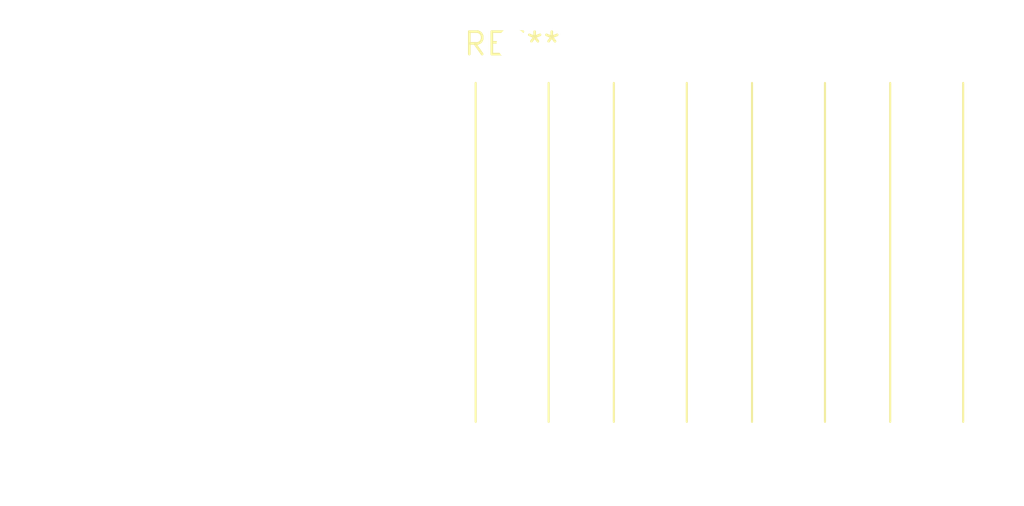
<source format=kicad_pcb>
(kicad_pcb (version 20240108) (generator pcbnew)
  (layers (0 "F.Cu" signal) (31 "B.Cu" signal) (34 "B.Paste" user) (35 "F.Paste" user) (36 "B.SilkS" user "B.Silkscreen") (37 "F.SilkS" user "F.Silkscreen") (38 "B.Mask" user) (39 "F.Mask" user) (44 "Edge.Cuts" user))
  (net 0 "")
  (footprint "SolderWire-1sqmm_1x04_P7.8mm_D1.4mm_OD3.9mm_Relief" (layer "F.Cu") (at 0 0)
    (property "Reference" "REF**")
    (property "Value" "SolderWire-1sqmm_1x04_P7.8mm_D1.4mm_OD3.9mm_Relief")
    (fp_line (start -2.06 2.21) (end -2.06 21.34) (layer "F.SilkS") (stroke (width 0.12)))
    (fp_line (start 2.06 2.21) (end 2.06 21.34) (layer "F.SilkS") (stroke (width 0.12)))
    (fp_line (start 5.74 2.21) (end 5.74 21.34) (layer "F.SilkS") (stroke (width 0.12)))
    (fp_line (start 9.86 2.21) (end 9.86 21.34) (layer "F.SilkS") (stroke (width 0.12)))
    (fp_line (start 13.54 2.21) (end 13.54 21.34) (layer "F.SilkS") (stroke (width 0.12)))
    (fp_line (start 17.66 2.21) (end 17.66 21.34) (layer "F.SilkS") (stroke (width 0.12)))
    (fp_line (start 21.34 2.21) (end 21.34 21.34) (layer "F.SilkS") (stroke (width 0.12)))
    (fp_line (start 25.46 2.21) (end 25.46 21.34) (layer "F.SilkS") (stroke (width 0.12)))
    (pad "" np_thru_hole circle (at 0 23.4) (size 4.4 4.4) (drill 4.4) (layers *.Cu *.Mask))
    (pad "" np_thru_hole circle (at 7.8 23.4) (size 4.4 4.4) (drill 4.4) (layers *.Cu *.Mask))
    (pad "" np_thru_hole circle (at 15.6 23.4) (size 4.4 4.4) (drill 4.4) (layers *.Cu *.Mask))
    (pad "" np_thru_hole circle (at 23.4 23.4) (size 4.4 4.4) (drill 4.4) (layers *.Cu *.Mask))
    (pad "1" thru_hole roundrect (at 0 0) (size 3.9 3.9) (drill 1.75) (layers *.Cu *.Mask) (remove_unused_layers) (roundrect_rratio 0.064103))
    (pad "2" thru_hole circle (at 7.8 0) (size 3.9 3.9) (drill 1.75) (layers *.Cu *.Mask) (remove_unused_layers))
    (pad "3" thru_hole circle (at 15.6 0) (size 3.9 3.9) (drill 1.75) (layers *.Cu *.Mask) (remove_unused_layers))
    (pad "4" thru_hole circle (at 23.4 0) (size 3.9 3.9) (drill 1.75) (layers *.Cu *.Mask) (remove_unused_layers))
  )
)
</source>
